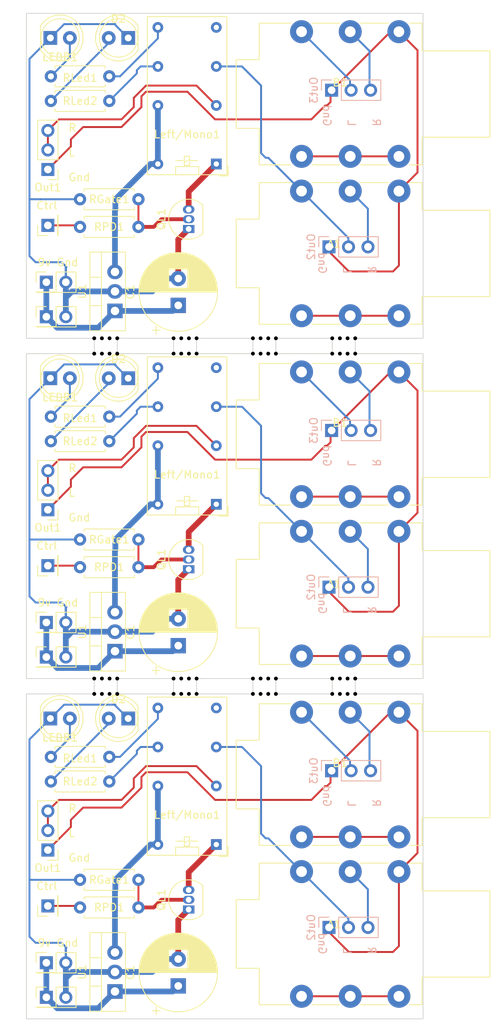
<source format=kicad_pcb>
(kicad_pcb (version 20221018) (generator pcbnew)
  (layers (0 "F.Cu" signal) (31 "B.Cu" signal) (34 "B.Paste" user) (35 "F.Paste" user) (36 "B.SilkS" user "B.Silkscreen") (37 "F.SilkS" user "F.Silkscreen") (38 "B.Mask" user) (39 "F.Mask" user) (44 "Edge.Cuts" user))
  (net 0 "")
  (net 1 "Board_0-/5V")
  (net 2 "Board_0-/9V")
  (net 3 "Board_0-/A")
  (net 4 "Board_0-/B")
  (net 5 "Board_0-/Control")
  (net 6 "Board_0-/Ctrl_GND")
  (net 7 "Board_0-/L_out")
  (net 8 "Board_0-/Signal_Gnd")
  (net 9 "Board_0-Net-(A1-PadRN)")
  (net 10 "Board_0-Net-(B1-PadRN)")
  (net 11 "Board_0-Net-(D2-A)")
  (net 12 "Board_0-Net-(LEDB1-A)")
  (net 13 "Board_0-Net-(Left/Mono1-Pad11)")
  (net 14 "Board_0-Net-(Left/Mono1-Pad9)")
  (net 15 "Board_0-Net-(Out2-Pin_3)")
  (net 16 "Board_0-Net-(Out3-Pin_2)")
  (net 17 "Board_0-Net-(Out3-Pin_3)")
  (net 18 "Board_0-Net-(QL1-D)")
  (net 19 "Board_0-Net-(QL1-G)")
  (net 20 "Board_1-/5V")
  (net 21 "Board_1-/9V")
  (net 22 "Board_1-/A")
  (net 23 "Board_1-/B")
  (net 24 "Board_1-/Control")
  (net 25 "Board_1-/Ctrl_GND")
  (net 26 "Board_1-/L_out")
  (net 27 "Board_1-/Signal_Gnd")
  (net 28 "Board_1-Net-(A1-PadRN)")
  (net 29 "Board_1-Net-(B1-PadRN)")
  (net 30 "Board_1-Net-(D2-A)")
  (net 31 "Board_1-Net-(LEDB1-A)")
  (net 32 "Board_1-Net-(Left/Mono1-Pad11)")
  (net 33 "Board_1-Net-(Left/Mono1-Pad9)")
  (net 34 "Board_1-Net-(Out2-Pin_3)")
  (net 35 "Board_1-Net-(Out3-Pin_2)")
  (net 36 "Board_1-Net-(Out3-Pin_3)")
  (net 37 "Board_1-Net-(QL1-D)")
  (net 38 "Board_1-Net-(QL1-G)")
  (net 39 "Board_2-/5V")
  (net 40 "Board_2-/9V")
  (net 41 "Board_2-/A")
  (net 42 "Board_2-/B")
  (net 43 "Board_2-/Control")
  (net 44 "Board_2-/Ctrl_GND")
  (net 45 "Board_2-/L_out")
  (net 46 "Board_2-/Signal_Gnd")
  (net 47 "Board_2-Net-(A1-PadRN)")
  (net 48 "Board_2-Net-(B1-PadRN)")
  (net 49 "Board_2-Net-(D2-A)")
  (net 50 "Board_2-Net-(LEDB1-A)")
  (net 51 "Board_2-Net-(Left/Mono1-Pad11)")
  (net 52 "Board_2-Net-(Left/Mono1-Pad9)")
  (net 53 "Board_2-Net-(Out2-Pin_3)")
  (net 54 "Board_2-Net-(Out3-Pin_2)")
  (net 55 "Board_2-Net-(Out3-Pin_3)")
  (net 56 "Board_2-Net-(QL1-D)")
  (net 57 "Board_2-Net-(QL1-G)")
  (footprint "Resistor_THT:R_Axial_DIN0207_L6.3mm_D2.5mm_P7.62mm_Horizontal" (layer "F.Cu") (at 129.6275 92.1)
    (fp_text reference "RGate1")
    (fp_text value "R")
  )
  (footprint "NPTH" (layer "F.Cu") (at 141.8275 64.3)
    (fp_text reference "KiKit_MB_6_1" hide)
    (fp_text value "NPTH" hide)
  )
  (footprint "Connector_Audio:Jack_6.35mm_Neutrik_NMJ6HFD3_Horizontal" (layer "F.Cu") (at 158.5125 22.385)
    (fp_text reference "B1")
    (fp_text value "AudioJack3_Switch")
  )
  (footprint "Connector_Audio:Jack_6.35mm_Neutrik_NMJ6HFD3_Horizontal" (layer "F.Cu") (at 158.5125 66.685)
    (fp_text reference "B1")
    (fp_text value "AudioJack3_Switch")
  )
  (footprint "NPTH" (layer "F.Cu") (at 152.1725 108.6)
    (fp_text reference "KiKit_MB_15_1" hide)
    (fp_text value "NPTH" hide)
  )
  (footprint "NPTH" (layer "F.Cu") (at 154.1725 62.3)
    (fp_text reference "KiKit_MB_3_2" hide)
    (fp_text value "NPTH" hide)
  )
  (footprint "NPTH" (layer "F.Cu") (at 154.1725 106.6)
    (fp_text reference "KiKit_MB_11_2" hide)
    (fp_text value "NPTH" hide)
  )
  (footprint "LED_THT:LED_D5.0mm" (layer "F.Cu") (at 135.9125 67.5 180)
    (fp_text reference "D2")
    (fp_text value "LEDA")
  )
  (footprint "Connector_Audio:Jack_6.35mm_Neutrik_NMJ6HFD3_Horizontal" (layer "F.Cu") (at 158.5125 110.985)
    (fp_text reference "B1")
    (fp_text value "AudioJack3_Switch")
  )
  (footprint "Relay_THT:Relay_DPDT_Omron_G5V-2" (layer "F.Cu") (at 147.4 39.6075 180)
    (fp_text reference "Left/Mono1")
    (fp_text value "G5V-2")
  )
  (footprint "LED_THT:LED_D5.0mm" (layer "F.Cu") (at 125.7625 67.5)
    (fp_text reference "LEDB1")
    (fp_text value "LED")
  )
  (footprint "Connector_PinHeader_2.54mm:PinHeader_2x01_P2.54mm_Vertical" (layer "F.Cu") (at 125.2375 103.8)
    (fp_text reference "J2" hide)
    (fp_text value "Conn_01x02_Pin")
  )
  (footprint "Connector_Audio:Jack_6.35mm_Neutrik_NMJ6HFD3_Horizontal" (layer "F.Cu") (at 158.5125 131.735)
    (fp_text reference "A1")
    (fp_text value "AudioJack3_Switch")
  )
  (footprint "Resistor_THT:R_Axial_DIN0207_L6.3mm_D2.5mm_P7.62mm_Horizontal" (layer "F.Cu") (at 133.4475 120 180)
    (fp_text reference "RLed2")
    (fp_text value "R")
  )
  (footprint "Resistor_THT:R_Axial_DIN0207_L6.3mm_D2.5mm_P7.62mm_Horizontal" (layer "F.Cu") (at 137.2475 132.8 180)
    (fp_text reference "RPD1")
    (fp_text value "R")
  )
  (footprint "NPTH" (layer "F.Cu") (at 155.1725 106.6)
    (fp_text reference "KiKit_MB_11_1" hide)
    (fp_text value "NPTH" hide)
  )
  (footprint "NPTH" (layer "F.Cu") (at 165.5175 62.3)
    (fp_text reference "KiKit_MB_4_1" hide)
    (fp_text value "NPTH" hide)
  )
  (footprint "NPTH" (layer "F.Cu") (at 162.5175 64.3)
    (fp_text reference "KiKit_MB_8_1" hide)
    (fp_text value "NPTH" hide)
  )
  (footprint "Capacitor_THT:CP_Radial_D10.0mm_P3.50mm" (layer "F.Cu") (at 142.4375 58.017677 90)
    (fp_text reference "C1")
    (fp_text value "C_Polarized")
  )
  (footprint "NPTH" (layer "F.Cu") (at 163.5175 64.3)
    (fp_text reference "KiKit_MB_8_2" hide)
    (fp_text value "NPTH" hide)
  )
  (footprint "Connector_Audio:Jack_6.35mm_Neutrik_NMJ6HFD3_Horizontal" (layer "F.Cu") (at 158.5125 87.435)
    (fp_text reference "A1")
    (fp_text value "AudioJack3_Switch")
  )
  (footprint "NPTH" (layer "F.Cu") (at 163.5175 62.3)
    (fp_text reference "KiKit_MB_4_3" hide)
    (fp_text value "NPTH" hide)
  )
  (footprint "NPTH" (layer "F.Cu") (at 153.1725 108.6)
    (fp_text reference "KiKit_MB_15_2" hide)
    (fp_text value "NPTH" hide)
  )
  (footprint "NPTH" (layer "F.Cu") (at 155.1725 62.3)
    (fp_text reference "KiKit_MB_3_1" hide)
    (fp_text value "NPTH" hide)
  )
  (footprint "Capacitor_THT:CP_Radial_D10.0mm_P3.50mm" (layer "F.Cu") (at 142.4375 102.317677 90)
    (fp_text reference "C1")
    (fp_text value "C_Polarized")
  )
  (footprint "LED_THT:LED_D5.0mm" (layer "F.Cu") (at 135.9125 111.8 180)
    (fp_text reference "D2")
    (fp_text value "LEDA")
  )
  (footprint "NPTH" (layer "F.Cu") (at 143.8275 62.3)
    (fp_text reference "KiKit_MB_2_2" hide)
    (fp_text value "NPTH" hide)
  )
  (footprint "Resistor_THT:R_Axial_DIN0207_L6.3mm_D2.5mm_P7.62mm_Horizontal" (layer "F.Cu") (at 137.2475 44.2 180)
    (fp_text reference "RPD1")
    (fp_text value "R")
  )
  (footprint "NPTH" (layer "F.Cu") (at 142.8275 64.3)
    (fp_text reference "KiKit_MB_6_2" hide)
    (fp_text value "NPTH" hide)
  )
  (footprint "NPTH" (layer "F.Cu") (at 132.4825 64.3)
    (fp_text reference "KiKit_MB_5_2" hide)
    (fp_text value "NPTH" hide)
  )
  (footprint "Connector_PinHeader_2.54mm:PinHeader_1x01_P2.54mm_Vertical" (layer "F.Cu") (at 125.4375 47.6 90)
    (fp_text reference "J1" hide)
    (fp_text value "Conn_01x01_Pin")
  )
  (footprint "NPTH" (layer "F.Cu") (at 165.5175 106.6)
    (fp_text reference "KiKit_MB_12_1" hide)
    (fp_text value "NPTH" hide)
  )
  (footprint "Connector_Audio:Jack_6.35mm_Neutrik_NMJ6HFD3_Horizontal" (layer "F.Cu") (at 158.5125 43.135)
    (fp_text reference "A1")
    (fp_text value "AudioJack3_Switch")
  )
  (footprint "Connector_PinHeader_2.54mm:PinHeader_2x01_P2.54mm_Vertical" (layer "F.Cu") (at 125.2375 143.6)
    (fp_text reference "J3" hide)
    (fp_text value "Conn_01x02_Pin")
  )
  (footprint "Package_TO_SOT_THT:TO-92_Inline" (layer "F.Cu") (at 143.7975 136.67 90)
    (fp_text reference "QL1")
    (fp_text value "2N7000")
  )
  (footprint "Connector_PinHeader_2.54mm:PinHeader_2x01_P2.54mm_Vertical" (layer "F.Cu") (at 125.2375 148.1)
    (fp_text reference "J2" hide)
    (fp_text value "Conn_01x02_Pin")
  )
  (footprint "NPTH" (layer "F.Cu") (at 132.4825 108.6)
    (fp_text reference "KiKit_MB_13_2" hide)
    (fp_text value "NPTH" hide)
  )
  (footprint "Connector_PinHeader_2.54mm:PinHeader_1x03_P2.54mm_Vertical" (layer "F.Cu") (at 125.4375 40.325 180)
    (fp_text reference "Out1")
    (fp_text value "Conn_01x03_Pin")
  )
  (footprint "NPTH" (layer "F.Cu") (at 141.8275 108.6)
    (fp_text reference "KiKit_MB_14_1" hide)
    (fp_text value "NPTH" hide)
  )
  (footprint "Package_TO_SOT_THT:TO-92_Inline" (layer "F.Cu") (at 143.7975 92.37 90)
    (fp_text reference "QL1")
    (fp_text value "2N7000")
  )
  (footprint "LED_THT:LED_D5.0mm" (layer "F.Cu") (at 135.9125 23.2 180)
    (fp_text reference "D2")
    (fp_text value "LEDA")
  )
  (footprint "Resistor_THT:R_Axial_DIN0207_L6.3mm_D2.5mm_P7.62mm_Horizontal" (layer "F.Cu") (at 133.4475 28.2 180)
    (fp_text reference "RLed1")
    (fp_text value "R")
  )
  (footprint "Package_TO_SOT_THT:TO-220-3_Vertical" (layer "F.Cu") (at 134.1825 103.04 90)
    (fp_text reference "U1")
    (fp_text value "L7805")
  )
  (footprint "NPTH" (layer "F.Cu") (at 133.4825 106.6)
    (fp_text reference "KiKit_MB_9_2" hide)
    (fp_text value "NPTH" hide)
  )
  (footprint "NPTH" (layer "F.Cu") (at 165.5175 64.3)
    (fp_text reference "KiKit_MB_8_4" hide)
    (fp_text value "NPTH" hide)
  )
  (footprint "Resistor_THT:R_Axial_DIN0207_L6.3mm_D2.5mm_P7.62mm_Horizontal" (layer "F.Cu") (at 133.4475 31.4 180)
    (fp_text reference "RLed2")
    (fp_text value "R")
  )
  (footprint "NPTH" (layer "F.Cu") (at 143.8275 64.3)
    (fp_text reference "KiKit_MB_6_3" hide)
    (fp_text value "NPTH" hide)
  )
  (footprint "Package_TO_SOT_THT:TO-220-3_Vertical" (layer "F.Cu") (at 134.1825 147.34 90)
    (fp_text reference "U1")
    (fp_text value "L7805")
  )
  (footprint "NPTH" (layer "F.Cu") (at 133.4825 108.6)
    (fp_text reference "KiKit_MB_13_3" hide)
    (fp_text value "NPTH" hide)
  )
  (footprint "Capacitor_THT:CP_Radial_D10.0mm_P3.50mm" (layer "F.Cu") (at 142.4375 146.617677 90)
    (fp_text reference "C1")
    (fp_text value "C_Polarized")
  )
  (footprint "NPTH" (layer "F.Cu") (at 144.8275 106.6)
    (fp_text reference "KiKit_MB_10_1" hide)
    (fp_text value "NPTH" hide)
  )
  (footprint "NPTH" (layer "F.Cu") (at 152.1725 62.3)
    (fp_text reference "KiKit_MB_3_4" hide)
    (fp_text value "NPTH" hide)
  )
  (footprint "Resistor_THT:R_Axial_DIN0207_L6.3mm_D2.5mm_P7.62mm_Horizontal" (layer "F.Cu") (at 133.4475 116.8 180)
    (fp_text reference "RLed1")
    (fp_text value "R")
  )
  (footprint "NPTH" (layer "F.Cu") (at 143.8275 106.6)
    (fp_text reference "KiKit_MB_10_2" hide)
    (fp_text value "NPTH" hide)
  )
  (footprint "NPTH" (layer "F.Cu") (at 132.4825 62.3)
    (fp_text reference "KiKit_MB_1_3" hide)
    (fp_text value "NPTH" hide)
  )
  (footprint "NPTH" (layer "F.Cu") (at 154.1725 108.6)
    (fp_text reference "KiKit_MB_15_3" hide)
    (fp_text value "NPTH" hide)
  )
  (footprint "NPTH" (layer "F.Cu") (at 163.5175 108.6)
    (fp_text reference "KiKit_MB_16_2" hide)
    (fp_text value "NPTH" hide)
  )
  (footprint "NPTH" (layer "F.Cu") (at 143.8275 108.6)
    (fp_text reference "KiKit_MB_14_3" hide)
    (fp_text value "NPTH" hide)
  )
  (footprint "NPTH" (layer "F.Cu") (at 134.4825 62.3)
    (fp_text reference "KiKit_MB_1_1" hide)
    (fp_text value "NPTH" hide)
  )
  (footprint "NPTH" (layer "F.Cu") (at 141.8275 106.6)
    (fp_text reference "KiKit_MB_10_4" hide)
    (fp_text value "NPTH" hide)
  )
  (footprint "NPTH" (layer "F.Cu") (at 132.4825 106.6)
    (fp_text reference "KiKit_MB_9_3" hide)
    (fp_text value "NPTH" hide)
  )
  (footprint "Package_TO_SOT_THT:TO-92_Inline" (layer "F.Cu") (at 143.7975 48.07 90)
    (fp_text reference "QL1")
    (fp_text value "2N7000")
  )
  (footprint "NPTH" (layer "F.Cu") (at 153.1725 106.6)
    (fp_text reference "KiKit_MB_11_3" hide)
    (fp_text value "NPTH" hide)
  )
  (footprint "NPTH" (layer "F.Cu") (at 131.4825 62.3)
    (fp_text reference "KiKit_MB_1_4" hide)
    (fp_text value "NPTH" hide)
  )
  (footprint "NPTH" (layer "F.Cu") (at 134.4825 64.3)
    (fp_text reference "KiKit_MB_5_4" hide)
    (fp_text value "NPTH" hide)
  )
  (footprint "NPTH" (layer "F.Cu") (at 164.5175 106.6)
    (fp_text reference "KiKit_MB_12_2" hide)
    (fp_text value "NPTH" hide)
  )
  (footprint "NPTH" (layer "F.Cu") (at 142.8275 108.6)
    (fp_text reference "KiKit_MB_14_2" hide)
    (fp_text value "NPTH" hide)
  )
  (footprint "Connector_PinHeader_2.54mm:PinHeader_2x01_P2.54mm_Vertical" (layer "F.Cu") (at 125.2375 99.3)
    (fp_text reference "J3" hide)
    (fp_text value "Conn_01x02_Pin")
  )
  (footprint "Resistor_THT:R_Axial_DIN0207_L6.3mm_D2.5mm_P7.62mm_Horizontal" (layer "F.Cu") (at 133.4475 75.7 180)
    (fp_text reference "RLed2")
    (fp_text value "R")
  )
  (footprint "NPTH" (layer "F.Cu") (at 142.8275 62.3)
    (fp_text reference "KiKit_MB_2_3" hide)
    (fp_text value "NPTH" hide)
  )
  (footprint "NPTH" (layer "F.Cu") (at 141.8275 62.3)
    (fp_text reference "KiKit_MB_2_4" hide)
    (fp_text value "NPTH" hide)
  )
  (footprint "NPTH" (layer "F.Cu") (at 133.4825 62.3)
    (fp_text reference "KiKit_MB_1_2" hide)
    (fp_text value "NPTH" hide)
  )
  (footprint "Package_TO_SOT_THT:TO-220-3_Vertical" (layer "F.Cu") (at 134.1825 58.74 90)
    (fp_text reference "U1")
    (fp_text value "L7805")
  )
  (footprint "Resistor_THT:R_Axial_DIN0207_L6.3mm_D2.5mm_P7.62mm_Horizontal" (layer "F.Cu") (at 137.2475 88.5 180)
    (fp_text reference "RPD1")
    (fp_text value "R")
  )
  (footprint "NPTH" (layer "F.Cu") (at 144.8275 64.3)
    (fp_text reference "KiKit_MB_6_4" hide)
    (fp_text value "NPTH" hide)
  )
  (footprint "NPTH" (layer "F.Cu") (at 144.8275 62.3)
    (fp_text reference "KiKit_MB_2_1" hide)
    (fp_text value "NPTH" hide)
  )
  (footprint "Connector_PinHeader_2.54mm:PinHeader_1x01_P2.54mm_Vertical" (layer "F.Cu") (at 125.4375 136.2 90)
    (fp_text reference "J1" hide)
    (fp_text value "Conn_01x01_Pin")
  )
  (footprint "NPTH" (layer "F.Cu") (at 163.5175 106.6)
    (fp_text reference "KiKit_MB_12_3" hide)
    (fp_text value "NPTH" hide)
  )
  (footprint "Relay_THT:Relay_DPDT_Omron_G5V-2" (layer "F.Cu") (at 147.4 83.9075 180)
    (fp_text reference "Left/Mono1")
    (fp_text value "G5V-2")
  )
  (footprint "NPTH" (layer "F.Cu") (at 133.4825 64.3)
    (fp_text reference "KiKit_MB_5_3" hide)
    (fp_text value "NPTH" hide)
  )
  (footprint "Connector_PinHeader_2.54mm:PinHeader_1x03_P2.54mm_Vertical" (layer "F.Cu") (at 125.4375 84.625 180)
    (fp_text reference "Out1")
    (fp_text value "Conn_01x03_Pin")
  )
  (footprint "NPTH" (layer "F.Cu") (at 152.1725 106.6)
    (fp_text reference "KiKit_MB_11_4" hide)
    (fp_text value "NPTH" hide)
  )
  (footprint "NPTH" (layer "F.Cu") (at 134.4825 108.6)
    (fp_text reference "KiKit_MB_13_4" hide)
    (fp_text value "NPTH" hide)
  )
  (footprint "Resistor_THT:R_Axial_DIN0207_L6.3mm_D2.5mm_P7.62mm_Horizontal" (layer "F.Cu") (at 133.4475 72.5 180)
    (fp_text reference "RLed1")
    (fp_text value "R")
  )
  (footprint "NPTH" (layer "F.Cu") (at 153.1725 62.3)
    (fp_text reference "KiKit_MB_3_3" hide)
    (fp_text value "NPTH" hide)
  )
  (footprint "NPTH" (layer "F.Cu") (at 131.4825 64.3)
    (fp_text reference "KiKit_MB_5_1" hide)
    (fp_text value "NPTH" hide)
  )
  (footprint "NPTH" (layer "F.Cu") (at 164.5175 64.3)
    (fp_text reference "KiKit_MB_8_3" hide)
    (fp_text value "NPTH" hide)
  )
  (footprint "Connector_PinHeader_2.54mm:PinHeader_1x01_P2.54mm_Vertical" (layer "F.Cu") (at 125.4375 91.9 90)
    (fp_text reference "J1" hide)
    (fp_text value "Conn_01x01_Pin")
  )
  (footprint "NPTH" (layer "F.Cu") (at 162.5175 106.6)
    (fp_text reference "KiKit_MB_12_4" hide)
    (fp_text value "NPTH" hide)
  )
  (footprint "NPTH" (layer "F.Cu") (at 155.1725 64.3)
    (fp_text reference "KiKit_MB_7_4" hide)
    (fp_text value "NPTH" hide)
  )
  (footprint "NPTH" (layer "F.Cu") (at 162.5175 108.6)
    (fp_text reference "KiKit_MB_16_1" hide)
    (fp_text value "NPTH" hide)
  )
  (footprint "Connector_PinHeader_2.54mm:PinHeader_2x01_P2.54mm_Vertical" (layer "F.Cu") (at 125.2375 59.5)
    (fp_text reference "J2" hide)
    (fp_text value "Conn_01x02_Pin")
  )
  (footprint "NPTH" (layer "F.Cu") (at 134.4825 106.6)
    (fp_text reference "KiKit_MB_9_1" hide)
    (fp_text value "NPTH" hide)
  )
  (footprint "NPTH" (layer "F.Cu") (at 142.8275 106.6)
    (fp_text reference "KiKit_MB_10_3" hide)
    (fp_text value "NPTH" hide)
  )
  (footprint "NPTH" (layer "F.Cu") (at 164.5175 108.6)
    (fp_text reference "KiKit_MB_16_3" hide)
    (fp_text value "NPTH" hide)
  )
  (footprint "Resistor_THT:R_Axial_DIN0207_L6.3mm_D2.5mm_P7.62mm_Horizontal" (layer "F.Cu") (at 129.6275 136.4)
    (fp_text reference "RGate1")
    (fp_text value "R")
  )
  (footprint "LED_THT:LED_D5.0mm" (layer "F.Cu") (at 125.7625 111.8)
    (fp_text reference "LEDB1")
    (fp_text value "LED")
  )
  (footprint "Connector_PinHeader_2.54mm:PinHeader_1x03_P2.54mm_Vertical" (layer "F.Cu") (at 125.4375 128.925 180)
    (fp_text reference "Out1")
    (fp_text value "Conn_01x03_Pin")
  )
  (footprint "NPTH" (layer "F.Cu") (at 153.1725 64.3)
    (fp_text reference "KiKit_MB_7_2" hide)
    (fp_text value "NPTH" hide)
  )
  (footprint "LED_THT:LED_D5.0mm" (layer "F.Cu") (at 125.7625 23.2)
    (fp_text reference "LEDB1")
    (fp_text value "LED")
  )
  (footprint "Resistor_THT:R_Axial_DIN0207_L6.3mm_D2.5mm_P7.62mm_Horizontal" (layer "F.Cu") (at 129.6275 47.8)
    (fp_text reference "RGate1")
    (fp_text value "R")
  )
  (footprint "NPTH" (layer "F.Cu") (at 154.1725 64.3)
    (fp_text reference "KiKit_MB_7_3" hide)
    (fp_text value "NPTH" hide)
  )
  (footprint "NPTH" (layer "F.Cu") (at 131.4825 106.6)
    (fp_text reference "KiKit_MB_9_4" hide)
    (fp_text value "NPTH" hide)
  )
  (footprint "NPTH" (layer "F.Cu") (at 162.5175 62.3)
    (fp_text reference "KiKit_MB_4_4" hide)
    (fp_text value "NPTH" hide)
  )
  (footprint "Connector_PinHeader_2.54mm:PinHeader_2x01_P2.54mm_Vertical" (layer "F.Cu") (at 125.2375 55)
    (fp_text reference "J3" hide)
    (fp_text value "Conn_01x02_Pin")
  )
  (footprint "NPTH" (layer "F.Cu") (at 144.8275 108.6)
    (fp_text reference "KiKit_MB_14_4" hide)
    (fp_text value "NPTH" hide)
  )
  (footprint "NPTH" (layer "F.Cu") (at 165.5175 108.6)
    (fp_text reference "KiKit_MB_16_4" hide)
    (fp_text value "NPTH" hide)
  )
  (footprint "NPTH" (layer "F.Cu") (at 155.1725 108.6)
    (fp_text reference "KiKit_MB_15_4" hide)
    (fp_text value "NPTH" hide)
  )
  (footprint "Relay_THT:Relay_DPDT_Omron_G5V-2" (layer "F.Cu") (at 147.4 128.2075 180)
    (fp_text reference "Left/Mono1")
    (fp_text value "G5V-2")
  )
  (footprint "NPTH" (layer "F.Cu") (at 164.5175 62.3)
    (fp_text reference "KiKit_MB_4_2" hide)
    (fp_text value "NPTH" hide)
  )
  (footprint "NPTH" (layer "F.Cu") (at 152.1725 64.3)
    (fp_text reference "KiKit_MB_7_1" hide)
    (fp_text value "NPTH" hide)
  )
  (footprint "NPTH" (layer "F.Cu") (at 131.4825 108.6)
    (fp_text reference "KiKit_MB_13_1" hide)
    (fp_text value "NPTH" hide)
  )
  (footprint "Connector_PinHeader_2.54mm:PinHeader_1x03_P2.54mm_Vertical" (layer "B.Cu") (at 162.4375 74.3 -90)
    (fp_text reference "Out3")
    (fp_text value "Conn_01x03_Pin")
  )
  (footprint "Connector_PinHeader_2.54mm:PinHeader_1x03_P2.54mm_Vertical" (layer "B.Cu") (at 162.0975 94.7 -90)
    (fp_text reference "Out2")
    (fp_text value "Conn_01x03_Pin")
  )
  (footprint "Connector_PinHeader_2.54mm:PinHeader_1x03_P2.54mm_Vertical" (layer "B.Cu") (at 162.0975 50.4 -90)
    (fp_text reference "Out2")
    (fp_text value "Conn_01x03_Pin")
  )
  (footprint "Connector_PinHeader_2.54mm:PinHeader_1x03_P2.54mm_Vertical" (layer "B.Cu") (at 162.0975 139 -90)
    (fp_text reference "Out2")
    (fp_text value "Conn_01x03_Pin")
  )
  (footprint "Connector_PinHeader_2.54mm:PinHeader_1x03_P2.54mm_Vertical" (layer "B.Cu") (at 162.4375 30 -90)
    (fp_text reference "Out3")
    (fp_text value "Conn_01x03_Pin")
  )
  (footprint "Connector_PinHeader_2.54mm:PinHeader_1x03_P2.54mm_Vertical" (layer "B.Cu") (at 162.4375 118.6 -90)
    (fp_text reference "Out3")
    (fp_text value "Conn_01x03_Pin")
  )
  (gr_line (start 162.5175 62.3) (end 162.5175 63.2995) (stroke (width 0.1)) (layer "Edge.Cuts"))
  (gr_line (start 152.1725 63.3015) (end 152.1725 64.3) (stroke (width 0.1)) (layer "Edge.Cuts"))
  (gr_line (start 122.6375 62.3) (end 131.4825 62.3) (stroke (width 0.1)) (layer "Edge.Cuts"))
  (gr_line (start 141.8275 106.6) (end 141.8275 107.599) (stroke (width 0.1)) (layer "Edge.Cuts"))
  (gr_line (start 131.4825 63.3015) (end 131.4825 64.3) (stroke (width 0.1)) (layer "Edge.Cuts"))
  (gr_line (start 131.4825 108.6) (end 122.6375 108.6) (stroke (width 0.1)) (layer "Edge.Cuts"))
  (gr_line (start 155.1725 64.3) (end 155.1725 63.3015) (stroke (width 0.1)) (layer "Edge.Cuts"))
  (gr_line (start 134.4825 107.601) (end 134.4825 107.599) (stroke (width 0.1)) (layer "Edge.Cuts"))
  (gr_line (start 144.8275 64.3) (end 144.8275 63.3015) (stroke (width 0.1)) (layer "Edge.Cuts"))
  (gr_line (start 152.1725 62.3) (end 152.1725 63.2995) (stroke (width 0.1)) (layer "Edge.Cuts"))
  (gr_line (start 131.4825 63.2995) (end 131.4825 63.3015) (stroke (width 0.1)) (layer "Edge.Cuts"))
  (gr_line (start 155.1725 63.2995) (end 155.1725 62.3) (stroke (width 0.1)) (layer "Edge.Cuts"))
  (gr_line (start 155.1725 62.3) (end 162.5175 62.3) (stroke (width 0.1)) (layer "Edge.Cuts"))
  (gr_line (start 131.4825 107.601) (end 131.4825 108.6) (stroke (width 0.1)) (layer "Edge.Cuts"))
  (gr_line (start 141.8275 107.601) (end 141.8275 108.6) (stroke (width 0.1)) (layer "Edge.Cuts"))
  (gr_line (start 174.3625 150.9) (end 174.3625 108.6) (stroke (width 0.1)) (layer "Edge.Cuts"))
  (gr_line (start 152.1725 107.601) (end 152.1725 108.6) (stroke (width 0.1)) (layer "Edge.Cuts"))
  (gr_line (start 165.5175 63.3015) (end 165.5175 63.2995) (stroke (width 0.1)) (layer "Edge.Cuts"))
  (gr_line (start 131.4825 106.6) (end 131.4825 107.599) (stroke (width 0.1)) (layer "Edge.Cuts"))
  (gr_line (start 122.6375 108.6) (end 122.6375 150.9) (stroke (width 0.1)) (layer "Edge.Cuts"))
  (gr_line (start 155.1725 107.601) (end 155.1725 107.599) (stroke (width 0.1)) (layer "Edge.Cuts"))
  (gr_line (start 141.8275 107.599) (end 141.8275 107.601) (stroke (width 0.1)) (layer "Edge.Cuts"))
  (gr_line (start 162.5175 107.599) (end 162.5175 107.601) (stroke (width 0.1)) (layer "Edge.Cuts"))
  (gr_line (start 141.8275 62.3) (end 141.8275 63.2995) (stroke (width 0.1)) (layer "Edge.Cuts"))
  (gr_line (start 131.4825 107.599) (end 131.4825 107.601) (stroke (width 0.1)) (layer "Edge.Cuts"))
  (gr_line (start 141.8275 108.6) (end 134.4825 108.6) (stroke (width 0.1)) (layer "Edge.Cuts"))
  (gr_line (start 144.8275 107.601) (end 144.8275 107.599) (stroke (width 0.1)) (layer "Edge.Cuts"))
  (gr_line (start 155.1725 108.6) (end 155.1725 107.601) (stroke (width 0.1)) (layer "Edge.Cuts"))
  (gr_line (start 174.3625 106.6) (end 174.3625 64.3) (stroke (width 0.1)) (layer "Edge.Cuts"))
  (gr_line (start 144.8275 107.599) (end 144.8275 106.6) (stroke (width 0.1)) (layer "Edge.Cuts"))
  (gr_line (start 165.5175 108.6) (end 165.5175 107.601) (stroke (width 0.1)) (layer "Edge.Cuts"))
  (gr_line (start 152.1725 107.599) (end 152.1725 107.601) (stroke (width 0.1)) (layer "Edge.Cuts"))
  (gr_line (start 134.4825 63.3015) (end 134.4825 63.2995) (stroke (width 0.1)) (layer "Edge.Cuts"))
  (gr_line (start 134.4825 64.3) (end 134.4825 63.3015) (stroke (width 0.1)) (layer "Edge.Cuts"))
  (gr_line (start 134.4825 107.599) (end 134.4825 106.6) (stroke (width 0.1)) (layer "Edge.Cuts"))
  (gr_line (start 141.8275 63.3015) (end 141.8275 64.3) (stroke (width 0.1)) (layer "Edge.Cuts"))
  (gr_line (start 162.5175 107.601) (end 162.5175 108.6) (stroke (width 0.1)) (layer "Edge.Cuts"))
  (gr_line (start 122.6375 64.3) (end 122.6375 106.6) (stroke (width 0.1)) (layer "Edge.Cuts"))
  (gr_line (start 152.1725 63.2995) (end 152.1725 63.3015) (stroke (width 0.1)) (layer "Edge.Cuts"))
  (gr_line (start 134.4825 108.6) (end 134.4825 107.601) (stroke (width 0.1)) (layer "Edge.Cuts"))
  (gr_line (start 144.8275 62.3) (end 152.1725 62.3) (stroke (width 0.1)) (layer "Edge.Cuts"))
  (gr_line (start 174.3625 64.3) (end 165.5175 64.3) (stroke (width 0.1)) (layer "Edge.Cuts"))
  (gr_line (start 122.6375 106.6) (end 131.4825 106.6) (stroke (width 0.1)) (layer "Edge.Cuts"))
  (gr_line (start 174.3625 20) (end 122.6375 20) (stroke (width 0.1)) (layer "Edge.Cuts"))
  (gr_line (start 155.1725 107.599) (end 155.1725 106.6) (stroke (width 0.1)) (layer "Edge.Cuts"))
  (gr_line (start 134.4825 106.6) (end 141.8275 106.6) (stroke (width 0.1)) (layer "Edge.Cuts"))
  (gr_line (start 144.8275 63.3015) (end 144.8275 63.2995) (stroke (width 0.1)) (layer "Edge.Cuts"))
  (gr_line (start 165.5175 63.2995) (end 165.5175 62.3) (stroke (width 0.1)) (layer "Edge.Cuts"))
  (gr_line (start 134.4825 63.2995) (end 134.4825 62.3) (stroke (width 0.1)) (layer "Edge.Cuts"))
  (gr_line (start 165.5175 106.6) (end 174.3625 106.6) (stroke (width 0.1)) (layer "Edge.Cuts"))
  (gr_line (start 155.1725 63.3015) (end 155.1725 63.2995) (stroke (width 0.1)) (layer "Edge.Cuts"))
  (gr_line (start 174.3625 62.3) (end 174.3625 20) (stroke (width 0.1)) (layer "Edge.Cuts"))
  (gr_line (start 144.8275 106.6) (end 152.1725 106.6) (stroke (width 0.1)) (layer "Edge.Cuts"))
  (gr_line (start 144.8275 63.2995) (end 144.8275 62.3) (stroke (width 0.1)) (layer "Edge.Cuts"))
  (gr_line (start 122.6375 150.9) (end 174.3625 150.9) (stroke (width 0.1)) (layer "Edge.Cuts"))
  (gr_line (start 165.5175 107.599) (end 165.5175 106.6) (stroke (width 0.1)) (layer "Edge.Cuts"))
  (gr_line (start 131.4825 62.3) (end 131.4825 63.2995) (stroke (width 0.1)) (layer "Edge.Cuts"))
  (gr_line (start 162.5175 63.2995) (end 162.5175 63.3015) (stroke (width 0.1)) (layer "Edge.Cuts"))
  (gr_line (start 134.4825 62.3) (end 141.8275 62.3) (stroke (width 0.1)) (layer "Edge.Cuts"))
  (gr_line (start 162.5175 64.3) (end 155.1725 64.3) (stroke (width 0.1)) (layer "Edge.Cuts"))
  (gr_line (start 122.6375 20) (end 122.6375 62.3) (stroke (width 0.1)) (layer "Edge.Cuts"))
  (gr_line (start 165.5175 107.601) (end 165.5175 107.599) (stroke (width 0.1)) (layer "Edge.Cuts"))
  (gr_line (start 152.1725 64.3) (end 144.8275 64.3) (stroke (width 0.1)) (layer "Edge.Cuts"))
  (gr_line (start 141.8275 63.2995) (end 141.8275 63.3015) (stroke (width 0.1)) (layer "Edge.Cuts"))
  (gr_line (start 131.4825 64.3) (end 122.6375 64.3) (stroke (width 0.1)) (layer "Edge.Cuts"))
  (gr_line (start 165.5175 62.3) (end 174.3625 62.3) (stroke (width 0.1)) (layer "Edge.Cuts"))
  (gr_line (start 162.5175 63.3015) (end 162.5175 64.3) (stroke (width 0.1)) (layer "Edge.Cuts"))
  (gr_line (start 152.1725 106.6) (end 152.1725 107.599) (stroke (width 0.1)) (layer "Edge.Cuts"))
  (gr_line (start 141.8275 64.3) (end 134.4825 64.3) (stroke (width 0.1)) (layer "Edge.Cuts"))
  (gr_line (start 152.1725 108.6) (end 144.8275 108.6) (stroke (width 0.1)) (layer "Edge.Cuts"))
  (gr_line (start 162.5175 108.6) (end 155.1725 108.6) (stroke (width 0.1)) (layer "Edge.Cuts"))
  (gr_line (start 162.5175 106.6) (end 162.5175 107.599) (stroke (width 0.1)) (layer "Edge.Cuts"))
  (gr_line (start 174.3625 108.6) (end 165.5175 108.6) (stroke (width 0.1)) (layer "Edge.Cuts"))
  (gr_line (start 155.1725 106.6) (end 162.5175 106.6) (stroke (width 0.1)) (layer "Edge.Cuts"))
  (gr_line (start 144.8275 108.6) (end 144.8275 107.601) (stroke (width 0.1)) (layer "Edge.Cuts"))
  (gr_line (start 165.5175 64.3) (end 165.5175 63.3015) (stroke (width 0.1)) (layer "Edge.Cuts"))
  (gr_text "R\n\nL\n\nGnd\n" (at 160.6375 54 -90) (layer "B.SilkS") (effects (font (size 1 1)) (justify left bottom mirror)))
  (gr_text "R\n\nL\n\nGnd\n" (at 161.2375 34.8 -90) (layer "B.SilkS") (effects (font (size 1 1)) (justify left bottom mirror)))
  (gr_text "R\n\nL\n\nGnd\n" (at 161.2375 79.1 -90) (layer "B.SilkS") (effects (font (size 1 1)) (justify left bottom mirror)))
  (gr_text "R\n\nL\n\nGnd\n" (at 161.2375 123.4 -90) (layer "B.SilkS") (effects (font (size 1 1)) (justify left bottom mirror)))
  (gr_text "R\n\nL\n\nGnd\n" (at 160.6375 98.3 -90) (layer "B.SilkS") (effects (font (size 1 1)) (justify left bottom mirror)))
  (gr_text "R\n\nL\n\nGnd\n" (at 160.6375 142.6 -90) (layer "B.SilkS") (effects (font (size 1 1)) (justify left bottom mirror)))
  (gr_text "9v Gnd" (at 124.0125 97.3) (layer "F.SilkS") (effects (font (size 1 1)) (justify left bottom)))
  (gr_text "R\n\nL\n\nGnd\n" (at 128.0375 86.225) (layer "F.SilkS") (effects (font (size 1 1)) (justify left bottom)))
  (gr_text "R\n\nL\n\nGnd\n" (at 128.0375 130.525) (layer "F.SilkS") (effects (font (size 1 1)) (justify left bottom)))
  (gr_text "Ctrl\n" (at 123.8375 89.9) (layer "F.SilkS") (effects (font (size 1 1)) (justify left bottom)))
  (gr_text "Ctrl\n" (at 123.8375 45.6) (layer "F.SilkS") (effects (font (size 1 1)) (justify left bottom)))
  (gr_text "R\n\nL\n\nGnd\n" (at 128.0375 41.925) (layer "F.SilkS") (effects (font (size 1 1)) (justify left bottom)))
  (gr_text "Ctrl\n" (at 123.8375 134.2) (layer "F.SilkS") (effects (font (size 1 1)) (justify left bottom)))
  (gr_text "9v Gnd" (at 124.0125 141.6) (layer "F.SilkS") (effects (font (size 1 1)) (justify left bottom)))
  (gr_text "9v Gnd" (at 124.0125 53) (layer "F.SilkS") (effects (font (size 1 1)) (justify left bottom)))
  (segment (start 139.78 39.6075) (end 139.78 31.9875) (width 0.75) (layer "B.Cu") (net 1))
  (segment (start 138.83 39.6075) (end 139.78 39.6075) (width 0.75) (layer "B.Cu") (net 1))
  (segment (start 134.2375 45.6) (end 134.2375 44.2) (width 0.75) (layer "B.Cu") (net 1))
  (segment (start 134.1825 53.66) (end 134.1825 45.655) (width 0.75) (layer "B.Cu") (net 1))
  (segment (start 134.2375 44.2) (end 138.83 39.6075) (width 0.75) (layer "B.Cu") (net 1))
  (segment (start 134.1825 45.655) (end 134.2375 45.6) (width 0.75) (layer "B.Cu") (net 1))
  (segment (start 134.1825 58.74) (end 141.715177 58.74) (width 0.75) (layer "B.Cu") (net 2))
  (segment (start 131.9975 60.925) (end 134.1825 58.74) (width 0.75) (layer "B.Cu") (net 2))
  (segment (start 126.6625 60.925) (end 131.9975 60.925) (width 0.75) (layer "B.Cu") (net 2))
  (segment (start 141.715177 58.74) (end 142.4375 58.017677) (width 0.75) (layer "B.Cu") (net 2))
  (segment (start 125.2375 59.5) (end 126.6625 60.925) (width 0.75) (layer "B.Cu") (net 2))
  (segment (start 125.2375 55) (end 125.2375 59.5) (width 0.75) (layer "B.Cu") (net 2))
  (segment (start 154.1775 38.8) (end 158.5125 43.135) (width 0.25) (layer "B.Cu") (net 3))
  (segment (start 150.745 26.9075) (end 153.2375 29.4) (width 0.25) (layer "B.Cu") (net 3))
  (segment (start 153.8375 38.8) (end 154.1775 38.8) (width 0.25) (layer "B.Cu") (net 3))
  (segment (start 153.2375 38.2) (end 153.8375 38.8) (width 0.25) (layer "B.Cu") (net 3))
  (segment (start 158.5125 43.135) (end 164.6225 49.245) (width 0.25) (layer "B.Cu") (net 3))
  (segment (start 153.2375 29.4) (end 153.2375 38.2) (width 0.25) (layer "B.Cu") (net 3))
  (segment (start 147.4 26.9075) (end 150.745 26.9075) (width 0.25) (layer "B.Cu") (net 3))
  (segment (start 164.6225 49.245) (end 164.6225 51) (width 0.25) (layer "B.Cu") (net 3))
  (segment (start 129.4275 47.6) (end 129.6275 47.8) (width 0.25) (layer "F.Cu") (net 5))
  (segment (start 125.4375 47.6) (end 129.4275 47.6) (width 0.25) (layer "F.Cu") (net 5))
  (segment (start 142.4375 54.517677) (end 142.4375 49.43) (width 0.75) (layer "F.Cu") (net 6))
  (segment (start 142.4375 49.43) (end 143.7975 48.07) (width 0.75) (layer "F.Cu") (net 6))
  (segment (start 123.0375 25.925) (end 123.0375 44.2) (width 0.25) (layer "B.Cu") (net 6))
  (segment (start 134.2375 21.525) (end 134.2375 21.4) (width 0.25) (layer "B.Cu") (net 6))
  (segment (start 125.7625 23.2) (end 123.0375 25.925) (width 0.25) (layer "B.Cu") (net 6))
  (segment (start 139.0375 56.2) (end 140.719823 54.517677) (width 0.75) (layer "B.Cu") (net 6))
  (segment (start 135.9125 23.2) (end 134.2375 21.525) (width 0.25) (layer "B.Cu") (net 6))
  (segment (start 134.2375 21.4) (end 127.5625 21.4) (width 0.25) (layer "B.Cu") (net 6))
  (segment (start 128.5775 56.2) (end 127.7775 57) (width 0.75) (layer "B.Cu") (net 6))
  (segment (start 127.5625 21.4) (end 125.7625 23.2) (width 0.25) (layer "B.Cu") (net 6))
  (segment (start 129.6275 44.2) (end 123.0375 44.2) (width 0.25) (layer "B.Cu") (net 6))
  (segment (start 127.7775 55) (end 127.7775 53.06) (width 0.3) (layer "B.Cu") (net 6))
  (segment (start 134.1825 56.2) (end 128.5775 56.2) (width 0.75) (layer "B.Cu") (net 6))
  (segment (start 123.8375 52.4) (end 124.8375 52.4) (width 0.25) (layer "B.Cu") (net 6))
  (segment (start 127.2375 52.4) (end 127.8375 53) (width 0.25) (layer "B.Cu") (net 6))
  (segment (start 123.0375 51.6) (end 123.8375 52.4) (width 0.25) (layer "B.Cu") (net 6))
  (segment (start 127.7775 53.06) (end 127.8375 53) (width 0.3) (layer "B.Cu") (net 6))
  (segment (start 127.7775 57) (end 127.7775 59.5) (width 0.75) (layer "B.Cu") (net 6))
  (segment (start 134.1825 56.2) (end 139.0375 56.2) (width 0.75) (layer "B.Cu") (net 6))
  (segment (start 127.7775 55) (end 127.7775 57) (width 0.75) (layer "B.Cu") (net 6))
  (segment (start 124.8375 52.4) (end 127.2375 52.4) (width 0.25) (layer "B.Cu") (net 6))
  (segment (start 140.719823 54.517677) (end 142.4375 54.517677) (width 0.75) (layer "B.Cu") (net 6))
  (segment (start 123.0375 44.2) (end 123.0375 51.6) (width 0.25) (layer "B.Cu") (net 6))
  (segment (start 126.8825 33.8) (end 135.0375 33.8) (width 0.25) (layer "F.Cu") (net 7))
  (segment (start 136.6375 32.2) (end 136.6375 31) (width 0.25) (layer "F.Cu") (net 7))
  (segment (start 144.8125 29.4) (end 147.4 31.9875) (width 0.25) (layer "F.Cu") (net 7))
  (segment (start 135.0375 33.8) (end 136.6375 32.2) (width 0.25) (layer "F.Cu") (net 7))
  (segment (start 125.4375 37.785) (end 125.4375 35.245) (width 0.25) (layer "F.Cu") (net 7))
  (segment (start 125.4375 35.245) (end 126.8825 33.8) (width 0.25) (layer "F.Cu") (net 7))
  (segment (start 136.6375 31) (end 138.2375 29.4) (width 0.25) (layer "F.Cu") (net 7))
  (segment (start 138.2375 29.4) (end 144.8125 29.4) (width 0.25) (layer "F.Cu") (net 7))
  (segment (start 159.7975 33.8) (end 161.5975 32) (width 0.25) (layer "F.Cu") (net 8))
  (segment (start 164.6825 53.6) (end 162.0825 51) (width 0.25) (layer "F.Cu") (net 8))
  (segment (start 170.4375 53.6) (end 164.6825 53.6) (width 0.25) (layer "F.Cu") (net 8))
  (segment (start 171.2125 52.825) (end 170.4375 53.6) (width 0.25) (layer "F.Cu") (net 8))
  (segment (start 137.6375 32.2) (end 137.6375 30.8) (width 0.25) (layer "F.Cu") (net 8))
  (segment (start 161.8375 32) (end 162.2975 31.54) (width 0.25) (layer "F.Cu") (net 8))
  (segment (start 173.6375 40.71) (end 171.2125 43.135) (width 0.25) (layer "F.Cu") (net 8))
  (segment (start 170.1125 22.385) (end 171.2125 22.385) (width 0.25) (layer "F.Cu") (net 8))
  (segment (start 171.2125 43.135) (end 171.2125 52.825) (width 0.25) (layer "F.Cu") (net 8))
  (segment (start 125.4375 40.325) (end 128.4375 37.325) (width 0.25) (layer "F.Cu") (net 8))
  (segment (start 135.0375 34.8) (end 137.6375 32.2) (width 0.25) (layer "F.Cu") (net 8))
  (segment (start 138.2375 30.2) (end 143.6375 30.2) (width 0.25) (layer "F.Cu") (net 8))
  (segment (start 128.4375 37.325) (end 128.4375 36.4) (width 0.25) (layer "F.Cu") (net 8))
  (segment (start 130.0375 34.8) (end 135.0375 34.8) (width 0.25) (layer "F.Cu") (net 8))
  (segment (start 162.2975 31.54) (end 162.2975 30.2) (width 0.25) (layer "F.Cu") (net 8))
  (segment (start 171.2125 22.385) (end 173.6375 24.81) (width 0.25) (layer "F.Cu") (net 8))
  (segment (start 161.5975 32) (end 161.8375 32) (width 0.25) (layer "F.Cu") (net 8))
  (segment (start 128.4375 36.4) (end 130.0375 34.8) (width 0.25) (layer "F.Cu") (net 8))
  (segment (start 137.6375 30.8) (end 138.2375 30.2) (width 0.25) (layer "F.Cu") (net 8))
  (segment (start 162.2975 30.2) (end 170.1125 22.385) (width 0.25) (layer "F.Cu") (net 8))
  (segment (start 143.6375 30.2) (end 147.2375 33.8) (width 0.25) (layer "F.Cu") (net 8))
  (segment (start 173.6375 24.81) (end 173.6375 40.71) (width 0.25) (layer "F.Cu") (net 8))
  (segment (start 147.2375 33.8) (end 159.7975 33.8) (width 0.25) (layer "F.Cu") (net 8))
  (segment (start 164.8625 59.365) (end 171.2125 59.365) (width 0.25) (layer "F.Cu") (net 9))
  (segment (start 158.5125 59.365) (end 164.8625 59.365) (width 0.25) (layer "F.Cu") (net 9))
  (segment (start 158.5125 38.615) (end 164.8625 38.615) (width 0.25) (layer "F.Cu") (net 10))
  (segment (start 171.2125 38.615) (end 164.8625 38.615) (width 0.25) (layer "F.Cu") (net 10))
  (segment (start 133.3725 23.855) (end 133.3725 23.2) (width 0.25) (layer "B.Cu") (net 11))
  (segment (start 125.8275 31.4) (end 133.3725 23.855) (width 0.25) (layer "B.Cu") (net 11))
  (segment (start 128.3025 23.2) (end 128.3025 25.725) (width 0.25) (layer "B.Cu") (net 12))
  (segment (start 128.3025 25.725) (end 125.8275 28.2) (width 0.25) (layer "B.Cu") (net 12))
  (segment (start 133.4475 31.4) (end 137.0375 27.81) (width 0.25) (layer "B.Cu") (net 13))
  (segment (start 137.0375 27.81) (end 137.0375 27.4) (width 0.25) (layer "B.Cu") (net 13))
  (segment (start 137.53 26.9075) (end 139.78 26.9075) (width 0.25) (layer "B.Cu") (net 13))
  (segment (start 137.0375 27.4) (end 137.53 26.9075) (width 0.25) (layer "B.Cu") (net 13))
  (segment (start 134.8375 28.2) (end 139.78 23.2575) (width 0.25) (layer "B.Cu") (net 14))
  (segment (start 139.78 23.2575) (end 139.78 21.8275) (width 0.25) (layer "B.Cu") (net 14))
  (segment (start 133.4475 28.2) (end 134.8375 28.2) (width 0.25) (layer "B.Cu") (net 14))
  (segment (start 164.8625 43.135) (end 167.1625 45.435) (width 0.25) (layer "B.Cu") (net 15))
  (segment (start 167.1625 45.435) (end 167.1625 51) (width 0.25) (layer "B.Cu") (net 15))
  (segment (start 158.5125 22.385) (end 164.8375 28.71) (width 0.25) (layer "B.Cu") (net 16))
  (segment (start 164.8375 28.71) (end 164.8375 30.2) (width 0.25) (layer "B.Cu") (net 16))
  (segment (start 164.8625 22.385) (end 167.3775 24.9) (width 0.25) (layer "B.Cu") (net 17))
  (segment (start 167.3775 24.9) (end 167.3775 30.2) (width 0.25) (layer "B.Cu") (net 17))
  (segment (start 143.7975 43.21) (end 147.4 39.6075) (width 0.75) (layer "F.Cu") (net 18))
  (segment (start 143.7975 45.53) (end 143.7975 43.21) (width 0.75) (layer "F.Cu") (net 18))
  (segment (start 137.2475 47.8) (end 139.2375 47.8) (width 0.5) (layer "F.Cu") (net 19))
  (segment (start 139.2375 47.8) (end 140.2375 46.8) (width 0.5) (layer "F.Cu") (net 19))
  (segment (start 140.2375 46.8) (end 143.7975 46.8) (width 0.5) (layer "F.Cu") (net 19))
  (segment (start 137.2475 44.2) (end 137.2475 47.8) (width 0.25) (layer "F.Cu") (net 19))
  (segment (start 137.2475 44.2) (end 137.2475 44.4) (width 0.25) (layer "F.Cu") (net 19))
  (segment (start 134.2375 89.9) (end 134.2375 88.5) (width 0.75) (layer "B.Cu") (net 20))
  (segment (start 134.1825 89.955) (end 134.2375 89.9) (width 0.75) (layer "B.Cu") (net 20))
  (segment (start 134.2375 88.5) (end 138.83 83.9075) (width 0.75) (layer "B.Cu") (net 20))
  (segment (start 134.1825 97.96) (end 134.1825 89.955) (width 0.75) (layer "B.Cu") (net 20))
  (segment (start 139.78 83.9075) (end 139.78 76.2875) (width 0.75) (layer "B.Cu") (net 20))
  (segment (start 138.83 83.9075) (end 139.78 83.9075) (width 0.75) (layer "B.Cu") (net 20))
  (segment (start 131.9975 105.225) (end 134.1825 103.04) (width 0.75) (layer "B.Cu") (net 21))
  (segment (start 141.715177 103.04) (end 142.4375 102.317677) (width 0.75) (layer "B.Cu") (net 21))
  (segment (start 125.2375 99.3) (end 125.2375 103.8) (width 0.75) (layer "B.Cu") (net 21))
  (segment (start 125.2375 103.8) (end 126.6625 105.225) (width 0.75) (layer "B.Cu") (net 21))
  (segment (start 126.6625 105.225) (end 131.9975 105.225) (width 0.75) (layer "B.Cu") (net 21))
  (segment (start 134.1825 103.04) (end 141.715177 103.04) (width 0.75) (layer "B.Cu") (net 21))
  (segment (start 164.6225 93.545) (end 164.6225 95.3) (width 0.25) (layer "B.Cu") (net 22))
  (segment (start 153.2375 82.5) (end 153.8375 83.1) (width 0.25) (layer "B.Cu") (net 22))
  (segment (start 153.2375 73.7) (end 153.2375 82.5) (width 0.25) (layer "B.Cu") (net 22))
  (segment (start 158.5125 87.435) (end 164.6225 93.545) (width 0.25) (layer "B.Cu") (net 22))
  (segment (start 154.1775 83.1) (end 158.5125 87.435) (width 0.25) (layer "B.Cu") (net 22))
  (segment (start 147.4 71.2075) (end 150.745 71.2075) (width 0.25) (layer "B.Cu") (net 22))
  (segment (start 150.745 71.2075) (end 153.2375 73.7) (width 0.25) (layer "B.Cu") (net 22))
  (segment (start 153.8375 83.1) (end 154.1775 83.1) (width 0.25) (layer "B.Cu") (net 22))
  (segment (start 125.4375 91.9) (end 129.4275 91.9) (width 0.25) (layer "F.Cu") (net 24))
  (segment (start 129.4275 91.9) (end 129.6275 92.1) (width 0.25) (layer "F.Cu") (net 24))
  (segment (start 142.4375 93.73) (end 143.7975 92.37) (width 0.75) (layer "F.Cu") (net 25))
  (segment (start 142.4375 98.817677) (end 142.4375 93.73) (width 0.75) (layer "F.Cu") (net 25))
  (segment (start 127.7775 99.3) (end 127.7775 97.36) (width 0.3) (layer "B.Cu") (net 25))
  (segment (start 123.0375 88.5) (end 123.0375 95.9) (width 0.25) (layer "B.Cu") (net 25))
  (segment (start 128.5775 100.5) (end 127.7775 101.3) (width 0.75) (layer "B.Cu") (net 25))
  (segment (start 123.8375 96.7) (end 124.8375 96.7) (width 0.25) (layer "B.Cu") (net 25))
  (segment (start 139.0375 100.5) (end 140.719823 98.817677) (width 0.75) (layer "B.Cu") (net 25))
  (segment (start 134.1825 100.5) (end 139.0375 100.5) (width 0.75) (layer "B.Cu") (net 25))
  (segment (start 125.7625 67.5) (end 123.0375 70.225) (width 0.25) (layer "B.Cu") (net 25))
  (segment (start 127.2375 96.7) (end 127.8375 97.3) (width 0.25) (layer "B.Cu") (net 25))
  (segment (start 123.0375 95.9) (end 123.8375 96.7) (width 0.25) (layer "B.Cu") (net 25))
  (segment (start 134.2375 65.825) (end 134.2375 65.7) (width 0.25) (layer "B.Cu") (net 25))
  (segment (start 127.7775 101.3) (end 127.7775 103.8) (width 0.75) (layer "B.Cu") (net 25))
  (segment (start 124.8375 96.7) (end 127.2375 96.7) (width 0.25) (layer "B.Cu") (net 25))
  (segment (start 127.5625 65.7) (end 125.7625 67.5) (width 0.25) (layer "B.Cu") (net 25))
  (segment (start 134.1825 100.5) (end 128.5775 100.5) (width 0.75) (layer "B.Cu") (net 25))
  (segment (start 135.9125 67.5) (end 134.2375 65.825) (width 0.25) (layer "B.Cu") (net 25))
  (segment (start 123.0375 70.225) (end 123.0375 88.5) (width 0.25) (layer "B.Cu") (net 25))
  (segment (start 127.7775 97.36) (end 127.8375 97.3) (width 0.3) (layer "B.Cu") (net 25))
  (segment (start 129.6275 88.5) (end 123.0375 88.5) (width 0.25) (layer "B.Cu") (net 25))
  (segment (start 127.7775 99.3) (end 127.7775 101.3) (width 0.75) (layer "B.Cu") (net 25))
  (segment (start 134.2375 65.7) (end 127.5625 65.7) (width 0.25) (layer "B.Cu") (net 25))
  (segment (start 140.719823 98.817677) (end 142.4375 98.817677) (width 0.75) (layer "B.Cu") (net 25))
  (segment (start 136.6375 75.3) (end 138.2375 73.7) (width 0.25) (layer "F.Cu") (net 26))
  (segment (start 136.6375 76.5) (end 136.6375 75.3) (width 0.25) (layer "F.Cu") (net 26))
  (segment (start 135.0375 78.1) (end 136.6375 76.5) (width 0.25) (layer "F.Cu") (net 26))
  (segment (start 125.4375 82.085) (end 125.4375 79.545) (width 0.25) (layer "F.Cu") (net 26))
  (segment (start 144.8125 73.7) (end 147.4 76.2875) (width 0.25) (layer "F.Cu") (net 26))
  (segment (start 125.4375 79.545) (end 126.8825 78.1) (width 0.25) (layer "F.Cu") (net 26))
  (segment (start 138.2375 73.7) (end 144.8125 73.7) (width 0.25) (layer "F.Cu") (net 26))
  (segment (start 126.8825 78.1) (end 135.0375 78.1) (width 0.25) (layer "F.Cu") (net 26))
  (segment (start 159.7975 78.1) (end 161.5975 76.3) (width 0.25) (layer "F.Cu") (net 27))
  (segment (start 128.4375 81.625) (end 128.4375 80.7) (width 0.25) (layer "F.Cu") (net 27))
  (segment (start 137.6375 76.5) (end 137.6375 75.1) (width 0.25) (layer "F.Cu") (net 27))
  (segment (start 161.8375 76.3) (end 162.2975 75.84) (width 0.25) (layer "F.Cu") (net 27))
  (segment (start 161.5975 76.3) (end 161.8375 76.3) (width 0.25) (layer "F.Cu") (net 27))
  (segment (start 162.2975 74.5) (end 170.1125 66.685) (width 0.25) (layer "F.Cu") (net 27))
  (segment (start 171.2125 97.125) (end 170.4375 97.9) (width 0.25) (layer "F.Cu") (net 27))
  (segment (start 162.2975 75.84) (end 162.2975 74.5) (width 0.25) (layer "F.Cu") (net 27))
  (segment (start 170.4375 97.9) (end 164.6825 97.9) (width 0.25) (layer "F.Cu") (net 27))
  (segment (start 164.6825 97.9) (end 162.0825 95.3) (width 0.25) (layer "F.Cu") (net 27))
  (segment (start 171.2125 87.435) (end 171.2125 97.125) (width 0.25) (layer "F.Cu") (net 27))
  (segment (start 130.0375 79.1) (end 135.0375 79.1) (width 0.25) (layer "F.Cu") (net 27))
  (segment (start 173.6375 69.11) (end 173.6375 85.01) (width 0.25) (layer "F.Cu") (net 27))
  (segment (start 138.2375 74.5) (end 143.6375 74.5) (width 0.25) (layer "F.Cu") (net 27))
  (segment (start 125.4375 84.625) (end 128.4375 81.625) (width 0.25) (layer "F.Cu") (net 27))
  (segment (start 143.6375 74.5) (end 147.2375 78.1) (width 0.25) (layer "F.Cu") (net 27))
  (segment (start 147.2375 78.1) (end 159.7975 78.1) (width 0.25) (layer "F.Cu") (net 27))
  (segment (start 170.1125 66.685) (end 171.2125 66.685) (width 0.25) (layer "F.Cu") (net 27))
  (segment (start 171.2125 66.685) (end 173.6375 69.11) (width 0.25) (layer "F.Cu") (net 27))
  (segment (start 128.4375 80.7) (end 130.0375 79.1) (width 0.25) (layer "F.Cu") (net 27))
  (segment (start 135.0375 79.1) (end 137.6375 76.5) (width 0.25) (layer "F.Cu") (net 27))
  (segment (start 173.6375 85.01) (end 171.2125 87.435) (width 0.25) (layer "F.Cu") (net 27))
  (segment (start 137.6375 75.1) (end 138.2375 74.5) (width 0.25) (layer "F.Cu") (net 27))
  (segment (start 158.5125 103.665) (end 164.8625 103.665) (width 0.25) (layer "F.Cu") (net 28))
  (segment (start 164.8625 103.665) (end 171.2125 103.665) (width 0.25) (layer "F.Cu") (net 28))
  (segment (start 158.5125 82.915) (end 164.8625 82.915) (width 0.25) (layer "F.Cu") (net 29))
  (segment (start 171.2125 82.915) (end 164.8625 82.915) (width 0.25) (layer "F.Cu") (net 29))
  (segment (start 125.8275 75.7) (end 133.3725 68.155) (width 0.25) (layer "B.Cu") (net 30))
  (segment (start 133.3725 68.155) (end 133.3725 67.5) (width 0.25) (layer "B.Cu") (net 30))
  (segment (start 128.3025 70.025) (end 125.8275 72.5) (width 0.25) (layer "B.Cu") (net 31))
  (segment (start 128.3025 67.5) (end 128.3025 70.025) (width 0.25) (layer "B.Cu") (net 31))
  (segment (start 133.4475 75.7) (end 137.0375 72.11) (width 0.25) (layer "B.Cu") (net 32))
  (segment (start 137.0375 71.7) (end 137.53 71.2075) (width 0.25) (layer "B.Cu") (net 32))
  (segment (start 137.53 71.2075) (end 139.78 71.2075) (width 0.25) (layer "B.Cu") (net 32))
  (segment (start 137.0375 72.11) (end 137.0375 71.7) (width 0.25) (layer "B.Cu") (net 32))
  (segment (start 134.8375 72.5) (end 139.78 67.5575) (width 0.25) (layer "B.Cu") (net 33))
  (segment (start 139.78 67.5575) (end 139.78 66.1275) (width 0.25) (layer "B.Cu") (net 33))
  (segment (start 133.4475 72.5) (end 134.8375 72.5) (width 0.25) (layer "B.Cu") (net 33))
  (segment (start 167.1625 89.735) (end 167.1625 95.3) (width 0.25) (layer "B.Cu") (net 34))
  (segment (start 164.8625 87.435) (end 167.1625 89.735) (width 0.25) (layer "B.Cu") (net 34))
  (segment (start 164.8375 73.01) (end 164.8375 74.5) (width 0.25) (layer "B.Cu") (net 35))
  (segment (start 158.5125 66.685) (end 164.8375 73.01) (width 0.25) (layer "B.Cu") (net 35))
  (segment (start 167.3775 69.2) (end 167.3775 74.5) (width 0.25) (layer "B.Cu") (net 36))
  (segment (start 164.8625 66.685) (end 167.3775 69.2) (width 0.25) (layer "B.Cu") (net 36))
  (segment (start 143.7975 87.51) (end 147.4 83.9075) (width 0.75) (layer "F.Cu") (net 37))
  (segment (start 143.7975 89.83) (end 143.7975 87.51) (width 0.75) (layer "F.Cu") (net 37))
  (segment (start 137.2475 88.5) (end 137.2475 92.1) (width 0.25) (layer "F.Cu") (net 38))
  (segment (start 140.2375 91.1) (end 143.7975 91.1) (width 0.5) (layer "F.Cu") (net 38))
  (segment (start 137.2475 88.5) (end 137.2475 88.7) (width 0.25) (layer "F.Cu") (net 38))
  (segment (start 137.2475 92.1) (end 139.2375 92.1) (width 0.5) (layer "F.Cu") (net 38))
  (segment (start 139.2375 92.1) (end 140.2375 91.1) (width 0.5) (layer "F.Cu") (net 38))
  (segment (start 134.1825 134.255) (end 134.2375 134.2) (width 0.75) (layer "B.Cu") (net 39))
  (segment (start 134.1825 142.26) (end 134.1825 134.255) (width 0.75) (layer "B.Cu") (net 39))
  (segment (start 139.78 128.2075) (end 139.78 120.5875) (width 0.75) (layer "B.Cu") (net 39))
  (segment (start 138.83 128.2075) (end 139.78 128.2075) (width 0.75) (layer "B.Cu") (net 39))
  (segment (start 134.2375 132.8) (end 138.83 128.2075) (width 0.75) (layer "B.Cu") (net 39))
  (segment (start 134.2375 134.2) (end 134.2375 132.8) (width 0.75) (layer "B.Cu") (net 39))
  (segment (start 134.1825 147.34) (end 141.715177 147.34) (width 0.75) (layer "B.Cu") (net 40))
  (segment (start 125.2375 148.1) (end 126.6625 149.525) (width 0.75) (layer "B.Cu") (net 40))
  (segment (start 131.9975 149.525) (end 134.1825 147.34) (width 0.75) (layer "B.Cu") (net 40))
  (segment (start 125.2375 143.6) (end 125.2375 148.1) (width 0.75) (layer "B.Cu") (net 40))
  (segment (start 126.6625 149.525) (end 131.9975 149.525) (width 0.75) (layer "B.Cu") (net 40))
  (segment (start 141.715177 147.34) (end 142.4375 146.617677) (width 0.75) (layer "B.Cu") (net 40))
  (segment (start 153.2375 118) (end 153.2375 126.8) (width 0.25) (layer "B.Cu") (net 41))
  (segment (start 153.8375 127.4) (end 154.1775 127.4) (width 0.25) (layer "B.Cu") (net 41))
  (segment (start 164.6225 137.845) (end 164.6225 139.6) (width 0.25) (layer "B.Cu") (net 41))
  (segment (start 158.5125 131.735) (end 164.6225 137.845) (width 0.25) (layer "B.Cu") (net 41))
  (segment (start 153.2375 126.8) (end 153.8375 127.4) (width 0.25) (layer "B.Cu") (net 41))
  (segment (start 147.4 115.5075) (end 150.745 115.5075) (width 0.25) (layer "B.Cu") (net 41))
  (segment (start 154.1775 127.4) (end 158.5125 131.735) (width 0.25) (layer "B.Cu") (net 41))
  (segment (start 150.745 115.5075) (end 153.2375 118) (width 0.25) (layer "B.Cu") (net 41))
  (segment (start 125.4375 136.2) (end 129.4275 136.2) (width 0.25) (layer "F.Cu") (net 43))
  (segment (start 129.4275 136.2) (end 129.6275 136.4) (width 0.25) (layer "F.Cu") (net 43))
  (segment (start 142.4375 138.03) (end 143.7975 136.67) (width 0.75) (layer "F.Cu") (net 44))
  (segment (start 142.4375 143.117677) (end 142.4375 138.03) (width 0.75) (layer "F.Cu") (net 44))
  (segment (start 127.5625 110) (end 125.7625 111.8) (width 0.25) (layer "B.Cu") (net 44))
  (segment (start 127.7775 143.6) (end 127.7775 145.6) (width 0.75) (layer "B.Cu") (net 44))
  (segment (start 129.6275 132.8) (end 123.0375 132.8) (width 0.25) (layer "B.Cu") (net 44))
  (segment (start 127.7775 143.6) (end 127.7775 141.66) (width 0.3) (layer "B.Cu") (net 44))
  (segment (start 140.719823 143.117677) (end 142.4375 143.117677) (width 0.75) (layer "B.Cu") (net 44))
  (segment (start 125.7625 111.8) (end 123.0375 114.525) (width 0.25) (layer "B.Cu") (net 44))
  (segment (start 139.0375 144.8) (end 140.719823 143.117677) (width 0.75) (layer "B.Cu") (net 44))
  (segment (start 123.8375 141) (end 124.8375 141) (width 0.25) (layer "B.Cu") (net 44))
  (segment (start 128.5775 144.8) (end 127.7775 145.6) (width 0.75) (layer "B.Cu") (net 44))
  (segment (start 127.2375 141) (end 127.8375 141.6) (width 0.25) (layer "B.Cu") (net 44))
  (segment (start 134.1825 144.8) (end 128.5775 144.8) (width 0.75) (layer "B.Cu") (net 44))
  (segment (start 127.7775 141.66) (end 127.8375 141.6) (width 0.3) (layer "B.Cu") (net 44))
  (segment (start 123.0375 114.525) (end 123.0375 132.8) (width 0.25) (layer "B.Cu") (net 44))
  (segment (start 124.8375 141) (end 127.2375 141) (width 0.25) (layer "B.Cu") (net 44))
  (segment (start 123.0375 132.8) (end 123.0375 140.2) (width 0.25) (layer "B.Cu") (net 44))
  (segment (start 134.1825 144.8) (end 139.0375 144.8) (width 0.75) (layer "B.Cu") (net 44))
  (segment (start 127.7775 145.6) (end 127.7775 148.1) (width 0.75) (layer "B.Cu") (net 44))
  (segment (start 134.2375 110) (end 127.5625 110) (width 0.25) (layer "B.Cu") (net 44))
  (segment (start 134.2375 110.125) (end 134.2375 110) (width 0.25) (layer "B.Cu") (net 44))
  (segment (start 123.0375 140.2) (end 123.8375 141) (width 0.25) (layer "B.Cu") (net 44))
  (segment (start 135.9125 111.8) (end 134.2375 110.125) (width 0.25) (layer "B.Cu") (net 44))
  (segment (start 136.6375 119.6) (end 138.2375 118) (width 0.25) (layer "F.Cu") (net 45))
  (segment (start 136.6375 120.8) (end 136.6375 119.6) (width 0.25) (layer "F.Cu") (net 45))
  (segment (start 125.4375 123.845) (end 126.8825 122.4) (width 0.25) (layer "F.Cu") (net 45))
  (segment (start 144.8125 118) (end 147.4 120.5875) (width 0.25) (layer "F.Cu") (net 45))
  (segment (start 125.4375 126.385) (end 125.4375 123.845) (width 0.25) (layer "F.Cu") (net 45))
  (segment (start 138.2375 118) (end 144.8125 118) (width 0.25) (layer "F.Cu") (net 45))
  (segment (start 126.8825 122.4) (end 135.0375 122.4) (width 0.25) (layer "F.Cu") (net 45))
  (segment (start 135.0375 122.4) (end 136.6375 120.8) (width 0.25) (layer "F.Cu") (net 45))
  (segment (start 137.6375 120.8) (end 137.6375 119.4) (width 0.25) (layer "F.Cu") (net 46))
  (segment (start 130.0375 123.4) (end 135.0375 123.4) (width 0.25) (layer "F.Cu") (net 46))
  (segment (start 137.6375 119.4) (end 138.2375 118.8) (width 0.25) (layer "F.Cu") (net 46))
  (segment (start 143.6375 118.8) (end 147.2375 122.4) (width 0.25) (layer "F.Cu") (net 46))
  (segment (start 161.8375 120.6) (end 162.2975 120.14) (width 0.25) (layer "F.Cu") (net 46))
  (segment (start 138.2375 118.8) (end 143.6375 118.8) (width 0.25) (layer "F.Cu") (net 46))
  (segment (start 171.2125 110.985) (end 173.6375 113.41) (width 0.25) (layer "F.Cu") (net 46))
  (segment (start 173.6375 113.41) (end 173.6375 129.31) (width 0.25) (layer "F.Cu") (net 46))
  (segment (start 164.6825 142.2) (end 162.0825 139.6) (width 0.25) (layer "F.Cu") (net 46))
  (segment (start 135.0375 123.4) (end 137.6375 120.8) (width 0.25) (layer "F.Cu") (net 46))
  (segment (start 171.2125 141.425) (end 170.4375 142.2) (width 0.25) (layer "F.Cu") (net 46))
  (segment (start 128.4375 125.925) (end 128.4375 125) (width 0.25) (layer "F.Cu") (net 46))
  (segment (start 162.2975 118.8) (end 170.1125 110.985) (width 0.25) (layer "F.Cu") (net 46))
  (segment (start 128.4375 125) (end 130.0375 123.4) (width 0.25) (layer "F.Cu") (net 46))
  (segment (start 170.1125 110.985) (end 171.2125 110.985) (width 0.25) (layer "F.Cu") (net 46))
  (segment (start 171.2125 131.735) (end 171.2125 141.425) (width 0.25) (layer "F.Cu") (net 46))
  (segment (start 147.2375 122.4) (end 159.7975 122.4) (width 0.25) (layer "F.Cu") (net 46))
  (segment (start 173.6375 129.31) (end 171.2125 131.735) (width 0.25) (layer "F.Cu") (net 46))
  (segment (start 161.5975 120.6) (end 161.8375 120.6) (width 0.25) (layer "F.Cu") (net 46))
  (segment (start 159.7975 122.4) (end 161.5975 120.6) (width 0.25) (layer "F.Cu") (net 46))
  (segment (start 125.4375 128.925) (end 128.4375 125.925) (width 0.25) (layer "F.Cu") (net 46))
  (segment (start 162.2975 120.14) (end 162.2975 118.8) (width 0.25) (layer "F.Cu") (net 46))
  (segment (start 170.4375 142.2) (end 164.6825 142.2) (width 0.25) (layer "F.Cu") (net 46))
  (segment (start 158.5125 147.965) (end 164.8625 147.965) (width 0.25) (layer "F.Cu") (net 47))
  (segment (start 164.8625 147.965) (end 171.2125 147.965) (width 0.25) (layer "F.Cu") (net 47))
  (segment (start 171.2125 127.215) (end 164.8625 127.215) (width 0.25) (layer "F.Cu") (net 48))
  (segment (start 158.5125 127.215) (end 164.8625 127.215) (width 0.25) (layer "F.Cu") (net 48))
  (segment (start 133.3725 112.455) (end 133.3725 111.8) (width 0.25) (layer "B.Cu") (net 49))
  (segment (start 125.8275 120) (end 133.3725 112.455) (width 0.25) (layer "B.Cu") (net 49))
  (segment (start 128.3025 114.325) (end 125.8275 116.8) (width 0.25) (layer "B.Cu") (net 50))
  (segment (start 128.3025 111.8) (end 128.3025 114.325) (width 0.25) (layer "B.Cu") (net 50))
  (segment (start 133.4475 120) (end 137.0375 116.41) (width 0.25) (layer "B.Cu") (net 51))
  (segment (start 137.0375 116) (end 137.53 115.5075) (width 0.25) (layer "B.Cu") (net 51))
  (segment (start 137.0375 116.41) (end 137.0375 116) (width 0.25) (layer "B.Cu") (net 51))
  (segment (start 137.53 115.5075) (end 139.78 115.5075) (width 0.25) (layer "B.Cu") (net 51))
  (segment (start 133.4475 116.8) (end 134.8375 116.8) (width 0.25) (layer "B.Cu") (net 52))
  (segment (start 139.78 111.8575) (end 139.78 110.4275) (width 0.25) (layer "B.Cu") (net 52))
  (segment (start 134.8375 116.8) (end 139.78 111.8575) (width 0.25) (layer "B.Cu") (net 52))
  (segment (start 164.8625 131.735) (end 167.1625 134.035) (width 0.25) (layer "B.Cu") (net 53))
  (segment (start 167.1625 134.035) (end 167.1625 139.6) (width 0.25) (layer "B.Cu") (net 53))
  (segment (start 158.5125 110.985) (end 164.8375 117.31) (width 0.25) (layer "B.Cu") (net 54))
  (segment (start 164.8375 117.31) (end 164.8375 118.8) (width 0.25) (layer "B.Cu") (net 54))
  (segment (start 164.8625 110.985) (end 167.3775 113.5) (width 0.25) (layer "B.Cu") (net 55))
  (segment (start 167.3775 113.5) (end 167.3775 118.8) (width 0.25) (layer "B.Cu") (net 55))
  (segment (start 143.7975 134.13) (end 143.7975 131.81) (width 0.75) (layer "F.Cu") (net 56))
  (segment (start 143.7975 131.81) (end 147.4 128.2075) (width 0.75) (layer "F.Cu") (net 56))
  (segment (start 137.2475 132.8) (end 137.2475 136.4) (width 0.25) (layer "F.Cu") (net 57))
  (segment (start 137.2475 136.4) (end 139.2375 136.4) (width 0.5) (layer "F.Cu") (net 57))
  (segment (start 137.2475 132.8) (end 137.2475 133) (width 0.25) (layer "F.Cu") (net 57))
  (segment (start 139.2375 136.4) (end 140.2375 135.4) (width 0.5) (layer "F.Cu") (net 57))
  (segment (start 140.2375 135.4) (end 143.7975 135.4) (width 0.5) (layer "F.Cu") (net 57))
)
</source>
